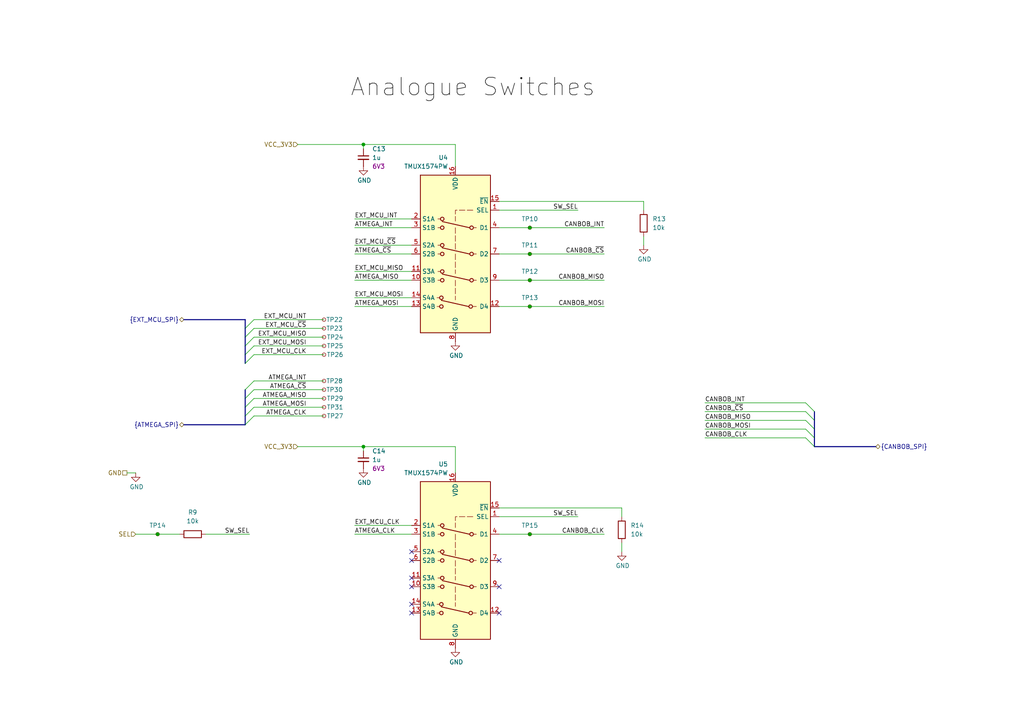
<source format=kicad_sch>
(kicad_sch (version 20250114) (generator "eeschema") (generator_version "9.0")
  (paper "A4")
  (title_block (title "MAGE-CANBOB-002") (date "2025-05-14") (rev "1") (comment 1 "Yiannis Michael") (comment 2 "2025-05-14") (comment 3 "Chris Thomas") (comment 4 "2025-06-02"))
  (lib_symbols
    (symbol "Analog_Switch_MAGE:TMUX1574PW"
      (property "Reference" "U" (at -9.652 23.876 0))
      (property "Value" "TMUX1574PW" (at 6.858 23.876 0))
      (symbol "TMUX1574PW_0_1"
        (polyline (pts (xy -5.08 12.7) (xy 0 12.7) (xy 0 9.525)) (stroke (width 0) (type dash)))
        (polyline (pts (xy 0 7.62) (xy 0 1.27) (xy 0 1.905)) (stroke (width 0) (type dash)))
        (polyline (pts (xy 0 0) (xy 0 -5.715)) (stroke (width 0) (type dash)))
        (polyline (pts (xy 0 -7.62) (xy 0 -13.335)) (stroke (width 0) (type dash)))
      )
      (symbol "TMUX1574PW_1_1"
        (rectangle (start -10.16 22.86) (end 10.16 -22.86) (stroke (width 0.254)) (fill (type background)))
        (polyline (pts (xy -6.096 7.62) (xy -5.334 7.62)))
        (polyline (pts (xy -6.096 0) (xy -5.334 0)))
        (polyline (pts (xy -6.096 -7.62) (xy -5.334 -7.62)))
        (polyline (pts (xy -6.096 -15.24) (xy -5.08 -15.24)))
        (circle (center -4.699 7.62) (radius 0.508) (stroke (width 0.254)))
        (circle (center -4.699 0) (radius 0.508) (stroke (width 0.254)))
        (circle (center -4.699 -7.62) (radius 0.508) (stroke (width 0.254)))
        (circle (center -4.445 -15.24) (radius 0.508) (stroke (width 0.254)))
        (circle (center 3.81 10.16) (radius 0.508) (stroke (width 0.254)))
        (polyline (pts (xy 3.81 9.398) (xy -4.064 7.62)) (stroke (width 0.254)))
        (circle (center 3.81 7.62) (radius 0.508) (stroke (width 0.254)))
        (circle (center 3.81 2.54) (radius 0.508) (stroke (width 0.254)))
        (polyline (pts (xy 3.81 1.778) (xy -4.064 0)) (stroke (width 0.254)))
        (circle (center 3.81 0) (radius 0.508) (stroke (width 0.254)))
        (circle (center 3.81 -5.08) (radius 0.508) (stroke (width 0.254)))
        (polyline (pts (xy 3.81 -5.842) (xy -4.064 -7.62)) (stroke (width 0.254)))
        (circle (center 3.81 -7.62) (radius 0.508) (stroke (width 0.254)))
        (circle (center 4.064 -12.7) (radius 0.508) (stroke (width 0.254)))
        (polyline (pts (xy 4.064 -13.462) (xy -3.81 -15.24)) (stroke (width 0.254)))
        (circle (center 4.064 -15.24) (radius 0.508) (stroke (width 0.254)))
        (polyline (pts (xy 4.318 10.16) (xy 5.08 10.16)))
        (polyline (pts (xy 4.318 7.62) (xy 5.08 7.62)))
        (polyline (pts (xy 4.318 2.54) (xy 5.08 2.54)))
        (polyline (pts (xy 4.318 0) (xy 5.08 0)))
        (polyline (pts (xy 4.318 -5.08) (xy 5.08 -5.08)))
        (polyline (pts (xy 4.318 -7.62) (xy 5.08 -7.62)))
        (polyline (pts (xy 4.572 -12.7) (xy 5.334 -12.7)))
        (polyline (pts (xy 4.572 -15.24) (xy 5.334 -15.24)))
        (pin input line (at -12.7 15.24 0) (length 2.54) (name "~{EN}") (number "15"))
        (pin input line (at -12.7 12.7 0) (length 2.54) (name "SEL") (number "1"))
        (pin bidirectional line (at -12.7 7.62 0) (length 2.54) (name "D1") (number "4"))
        (pin bidirectional line (at -12.7 0 0) (length 2.54) (name "D2") (number "7"))
        (pin bidirectional line (at -12.7 -7.62 0) (length 2.54) (name "D3") (number "9"))
        (pin bidirectional line (at -12.7 -15.24 0) (length 2.54) (name "D4") (number "12"))
        (pin power_in line (at 0 25.4 270) (length 2.54) (name "VDD") (number "16"))
        (pin power_in line (at 0 -25.4 90) (length 2.54) (name "GND") (number "8"))
        (pin bidirectional line (at 12.7 10.16 180) (length 2.54) (name "S1A") (number "2"))
        (pin bidirectional line (at 12.7 7.62 180) (length 2.54) (name "S1B") (number "3"))
        (pin bidirectional line (at 12.7 2.54 180) (length 2.54) (name "S2A") (number "5"))
        (pin bidirectional line (at 12.7 0 180) (length 2.54) (name "S2B") (number "6"))
        (pin bidirectional line (at 12.7 -5.08 180) (length 2.54) (name "S3A") (number "11"))
        (pin bidirectional line (at 12.7 -7.62 180) (length 2.54) (name "S3B") (number "10"))
        (pin bidirectional line (at 12.7 -12.7 180) (length 2.54) (name "S4A") (number "14"))
        (pin bidirectional line (at 12.7 -15.24 180) (length 2.54) (name "S4B") (number "13"))
      )
    )
    (symbol "Connector:TestPoint_Small" (pin_numbers (hide yes)) (pin_names (offset 0.762) (hide yes))
      (property "Reference" "TP" (at 0 3.81 0))
      (property "Value" "TestPoint_Small" (at 0 2.032 0))
      (symbol "TestPoint_Small_0_1"
        (circle (center 0 0) (radius 0.508))
      )
      (symbol "TestPoint_Small_1_1"
        (pin passive line (at 0 0 90) (length 0) (name "1") (number "1"))
      )
    )
    (symbol "Device:C_Small" (pin_numbers (hide yes)) (pin_names (offset 0.254) (hide yes))
      (property "Reference" "C" (at 0.254 1.778 0))
      (property "Value" "C_Small" (at 0.254 -2.032 0))
      (symbol "C_Small_0_1"
        (polyline (pts (xy -1.524 0.508) (xy 1.524 0.508)) (stroke (width 0.3048)))
        (polyline (pts (xy -1.524 -0.508) (xy 1.524 -0.508)) (stroke (width 0.3302)))
      )
      (symbol "C_Small_1_1"
        (pin passive line (at 0 2.54 270) (length 2.032) (name "~") (number "1"))
        (pin passive line (at 0 -2.54 90) (length 2.032) (name "~") (number "2"))
      )
    )
    (symbol "Device:R" (pin_numbers (hide yes)) (pin_names (offset 0))
      (property "Reference" "R" (at 2.032 0 90))
      (property "Value" "R" (at 0 0 90))
      (symbol "R_0_1"
        (rectangle (start -1.016 -2.54) (end 1.016 2.54) (stroke (width 0.254)))
      )
      (symbol "R_1_1"
        (pin passive line (at 0 3.81 270) (length 1.27) (name "~") (number "1"))
        (pin passive line (at 0 -3.81 90) (length 1.27) (name "~") (number "2"))
      )
    )
    (symbol "power:GND" (power) (pin_numbers (hide yes)) (pin_names (offset 0) (hide yes))
      (property "Value" "GND" (at 0 -3.81 0))
      (symbol "GND_0_1"
        (polyline (pts (xy 0 0) (xy 0 -1.27) (xy 1.27 -1.27) (xy 0 -2.54) (xy -1.27 -1.27) (xy 0 -1.27)))
      )
      (symbol "GND_1_1"
        (pin power_in line (at 0 0 270) (length 0) (name "~") (number "1"))
      )
    )
  )
  (text "Analogue Switches" (at 137.16 25.4 0) (effects (font (size 5.08 5.08))))
  (junction (at 153.67 88.9))
  (junction (at 153.67 81.28))
  (junction (at 153.67 73.66))
  (junction (at 105.41 129.54))
  (junction (at 45.72 154.94))
  (junction (at 105.41 41.91))
  (junction (at 153.67 66.04))
  (junction (at 153.67 154.94))
  (no_connect (at 119.38 177.8))
  (no_connect (at 144.78 170.18))
  (no_connect (at 119.38 160.02))
  (no_connect (at 119.38 167.64))
  (no_connect (at 144.78 177.8))
  (no_connect (at 119.38 170.18))
  (no_connect (at 119.38 162.56))
  (no_connect (at 119.38 175.26))
  (no_connect (at 144.78 162.56))
  (bus_entry (at 71.12 100.33) (size 2.54 -2.54))
  (bus_entry (at 233.68 127) (size 2.54 2.54))
  (bus_entry (at 73.66 113.03) (size -2.54 2.54))
  (bus_entry (at 71.12 105.41) (size 2.54 -2.54))
  (bus_entry (at 73.66 118.11) (size -2.54 2.54))
  (bus_entry (at 71.12 95.25) (size 2.54 -2.54))
  (bus_entry (at 73.66 110.49) (size -2.54 2.54))
  (bus_entry (at 233.68 119.38) (size 2.54 2.54))
  (bus_entry (at 73.66 120.65) (size -2.54 2.54))
  (bus_entry (at 71.12 102.87) (size 2.54 -2.54))
  (bus_entry (at 73.66 115.57) (size -2.54 2.54))
  (bus_entry (at 71.12 97.79) (size 2.54 -2.54))
  (bus_entry (at 233.68 124.46) (size 2.54 2.54))
  (bus_entry (at 233.68 116.84) (size 2.54 2.54))
  (bus_entry (at 233.68 121.92) (size 2.54 2.54))
  (bus (pts (xy 236.22 127) (xy 236.22 129.54)))
  (bus (pts (xy 71.12 92.71) (xy 71.12 95.25)))
  (wire (pts (xy 86.36 41.91) (xy 105.41 41.91)))
  (wire (pts (xy 102.87 71.12) (xy 119.38 71.12)))
  (wire (pts (xy 204.47 127) (xy 233.68 127)))
  (wire (pts (xy 153.67 81.28) (xy 175.26 81.28)))
  (wire (pts (xy 102.87 152.4) (xy 119.38 152.4)))
  (wire (pts (xy 73.66 95.25) (xy 93.98 95.25)))
  (wire (pts (xy 105.41 129.54) (xy 105.41 130.81)))
  (wire (pts (xy 73.66 97.79) (xy 93.98 97.79)))
  (bus (pts (xy 71.12 102.87) (xy 71.12 105.41)))
  (wire (pts (xy 204.47 119.38) (xy 233.68 119.38)))
  (bus (pts (xy 71.12 100.33) (xy 71.12 102.87)))
  (wire (pts (xy 105.41 41.91) (xy 105.41 43.18)))
  (wire (pts (xy 86.36 129.54) (xy 105.41 129.54)))
  (wire (pts (xy 73.66 115.57) (xy 93.98 115.57)))
  (bus (pts (xy 53.34 123.19) (xy 71.12 123.19)))
  (wire (pts (xy 180.34 147.32) (xy 180.34 149.86)))
  (wire (pts (xy 153.67 73.66) (xy 175.26 73.66)))
  (wire (pts (xy 102.87 63.5) (xy 119.38 63.5)))
  (wire (pts (xy 144.78 60.96) (xy 167.64 60.96)))
  (bus (pts (xy 236.22 119.38) (xy 236.22 121.92)))
  (bus (pts (xy 71.12 120.65) (xy 71.12 123.19)))
  (wire (pts (xy 132.08 129.54) (xy 132.08 137.16)))
  (wire (pts (xy 45.72 154.94) (xy 52.07 154.94)))
  (wire (pts (xy 102.87 66.04) (xy 119.38 66.04)))
  (bus (pts (xy 71.12 113.03) (xy 71.12 115.57)))
  (wire (pts (xy 73.66 110.49) (xy 93.98 110.49)))
  (wire (pts (xy 144.78 88.9) (xy 153.67 88.9)))
  (wire (pts (xy 204.47 121.92) (xy 233.68 121.92)))
  (bus (pts (xy 71.12 115.57) (xy 71.12 118.11)))
  (bus (pts (xy 71.12 118.11) (xy 71.12 120.65)))
  (wire (pts (xy 204.47 116.84) (xy 233.68 116.84)))
  (wire (pts (xy 105.41 41.91) (xy 132.08 41.91)))
  (wire (pts (xy 72.39 154.94) (xy 59.69 154.94)))
  (wire (pts (xy 153.67 88.9) (xy 175.26 88.9)))
  (wire (pts (xy 102.87 88.9) (xy 119.38 88.9)))
  (bus (pts (xy 236.22 129.54) (xy 254 129.54)))
  (wire (pts (xy 180.34 157.48) (xy 180.34 160.02)))
  (wire (pts (xy 39.37 137.16) (xy 36.83 137.16)))
  (bus (pts (xy 236.22 124.46) (xy 236.22 127)))
  (wire (pts (xy 73.66 92.71) (xy 93.98 92.71)))
  (wire (pts (xy 132.08 41.91) (xy 132.08 48.26)))
  (wire (pts (xy 73.66 118.11) (xy 93.98 118.11)))
  (wire (pts (xy 39.37 154.94) (xy 45.72 154.94)))
  (wire (pts (xy 144.78 73.66) (xy 153.67 73.66)))
  (wire (pts (xy 102.87 81.28) (xy 119.38 81.28)))
  (wire (pts (xy 102.87 73.66) (xy 119.38 73.66)))
  (wire (pts (xy 186.69 71.12) (xy 186.69 68.58)))
  (wire (pts (xy 105.41 129.54) (xy 132.08 129.54)))
  (wire (pts (xy 144.78 154.94) (xy 153.67 154.94)))
  (wire (pts (xy 153.67 154.94) (xy 175.26 154.94)))
  (wire (pts (xy 153.67 66.04) (xy 175.26 66.04)))
  (wire (pts (xy 144.78 58.42) (xy 186.69 58.42)))
  (wire (pts (xy 144.78 147.32) (xy 180.34 147.32)))
  (wire (pts (xy 73.66 120.65) (xy 93.98 120.65)))
  (bus (pts (xy 71.12 95.25) (xy 71.12 97.79)))
  (wire (pts (xy 102.87 86.36) (xy 119.38 86.36)))
  (wire (pts (xy 73.66 102.87) (xy 93.98 102.87)))
  (wire (pts (xy 73.66 113.03) (xy 93.98 113.03)))
  (wire (pts (xy 144.78 149.86) (xy 167.64 149.86)))
  (bus (pts (xy 53.34 92.71) (xy 71.12 92.71)))
  (wire (pts (xy 102.87 154.94) (xy 119.38 154.94)))
  (wire (pts (xy 144.78 81.28) (xy 153.67 81.28)))
  (bus (pts (xy 71.12 97.79) (xy 71.12 100.33)))
  (wire (pts (xy 144.78 66.04) (xy 153.67 66.04)))
  (wire (pts (xy 204.47 124.46) (xy 233.68 124.46)))
  (bus (pts (xy 236.22 121.92) (xy 236.22 124.46)))
  (wire (pts (xy 102.87 78.74) (xy 119.38 78.74)))
  (wire (pts (xy 186.69 58.42) (xy 186.69 60.96)))
  (wire (pts (xy 73.66 100.33) (xy 93.98 100.33)))
  (label "EXT_MCU_MISO" (at 88.9 97.79 180))
  (label "ATMEGA_INT" (at 102.87 66.04 0))
  (label "EXT_MCU_~{CS}" (at 88.9 95.25 180))
  (label "EXT_MCU_MOSI" (at 88.9 100.33 180))
  (label "CANBOB_INT" (at 175.26 66.04 180))
  (label "CANBOB_MOSI" (at 204.47 124.46 0))
  (label "CANBOB_~{CS}" (at 175.26 73.66 180))
  (label "ATMEGA_MOSI" (at 88.9 118.11 180))
  (label "ATMEGA_MOSI" (at 102.87 88.9 0))
  (label "CANBOB_INT" (at 204.47 116.84 0))
  (label "CANBOB_~{CS}" (at 204.47 119.38 0))
  (label "EXT_MCU_MOSI" (at 102.87 86.36 0))
  (label "ATMEGA_CLK" (at 102.87 154.94 0))
  (label "CANBOB_CLK" (at 175.26 154.94 180))
  (label "SW_SEL" (at 167.64 60.96 180))
  (label "ATMEGA_MISO" (at 88.9 115.57 180))
  (label "EXT_MCU_MISO" (at 102.87 78.74 0))
  (label "EXT_MCU_INT" (at 88.9 92.71 180))
  (label "ATMEGA_MISO" (at 102.87 81.28 0))
  (label "EXT_MCU_INT" (at 102.87 63.5 0))
  (label "ATMEGA_CLK" (at 88.9 120.65 180))
  (label "SW_SEL" (at 72.39 154.94 180))
  (label "SW_SEL" (at 167.64 149.86 180))
  (label "EXT_MCU_CLK" (at 102.87 152.4 0))
  (label "CANBOB_MISO" (at 175.26 81.28 180))
  (label "CANBOB_CLK" (at 204.47 127 0))
  (label "ATMEGA_~{CS}" (at 88.9 113.03 180))
  (label "EXT_MCU_CLK" (at 88.9 102.87 180))
  (label "ATMEGA_INT" (at 88.9 110.49 180))
  (label "EXT_MCU_~{CS}" (at 102.87 71.12 0))
  (label "CANBOB_MOSI" (at 175.26 88.9 180))
  (label "ATMEGA_~{CS}" (at 102.87 73.66 0))
  (label "CANBOB_MISO" (at 204.47 121.92 0))
  (hierarchical_label "{CANBOB_SPI}" (shape bidirectional) (at 254 129.54 0))
  (hierarchical_label "{EXT_MCU_SPI}" (shape bidirectional) (at 53.34 92.71 180))
  (hierarchical_label "{ATMEGA_SPI}" (shape bidirectional) (at 53.34 123.19 180))
  (hierarchical_label "VCC_3V3" (shape input) (at 86.36 41.91 180))
  (hierarchical_label "VCC_3V3" (shape input) (at 86.36 129.54 180))
  (hierarchical_label "GND" (shape passive) (at 36.83 137.16 180))
  (hierarchical_label "SEL" (shape input) (at 39.37 154.94 180))
  (symbol (lib_id "Connector:TestPoint_Small") (at 93.98 102.87 0) (unit 1)
    (property "Reference" "TP26" (at 94.742 102.87 0) (effects (justify left)))
    (property "Value" "TestPoint_Small" (effects (hide yes)))
    (property "Footprint" "TestPoint:TestPoint_Pad_D1.5mm" (effects (hide yes)))
    (property "Description" "test point" (effects (hide yes)))
    (property "MPN" "Generic" (effects (hide yes)))
  )
  (symbol (lib_id "power:GND") (at 132.08 99.06 0) (unit 1)
    (property "Reference" "#PWR047" (effects (hide yes)))
    (property "Value" "GND" (at 132.334 103.124 0))
    (property "Description" "Power symbol creates a global label with name \"GND\" , ground" (effects (hide yes)))
  )
  (symbol (lib_id "Connector:TestPoint_Small") (at 93.98 97.79 0) (unit 1)
    (property "Reference" "TP24" (at 94.742 97.79 0) (effects (justify left)))
    (property "Value" "TestPoint_Small" (effects (hide yes)))
    (property "Footprint" "TestPoint:TestPoint_Pad_D1.5mm" (effects (hide yes)))
    (property "Description" "test point" (effects (hide yes)))
    (property "MPN" "Generic" (effects (hide yes)))
  )
  (symbol (lib_id "power:GND") (at 180.34 160.02 0) (unit 1)
    (property "Reference" "#PWR066" (effects (hide yes)))
    (property "Value" "GND" (at 180.594 164.084 0))
    (property "Description" "Power symbol creates a global label with name \"GND\" , ground" (effects (hide yes)))
  )
  (symbol (lib_id "Connector:TestPoint_Small") (at 93.98 118.11 0) (unit 1)
    (property "Reference" "TP31" (at 94.742 118.11 0) (effects (justify left)))
    (property "Value" "TestPoint_Small" (effects (hide yes)))
    (property "Footprint" "TestPoint:TestPoint_Pad_D1.5mm" (effects (hide yes)))
    (property "Description" "test point" (effects (hide yes)))
    (property "MPN" "Generic" (effects (hide yes)))
  )
  (symbol (lib_id "Connector:TestPoint_Small") (at 93.98 120.65 0) (unit 1)
    (property "Reference" "TP27" (at 94.742 120.65 0) (effects (justify left)))
    (property "Value" "TestPoint_Small" (effects (hide yes)))
    (property "Footprint" "TestPoint:TestPoint_Pad_D1.5mm" (effects (hide yes)))
    (property "Description" "test point" (effects (hide yes)))
    (property "MPN" "Generic" (effects (hide yes)))
  )
  (symbol (lib_id "power:GND") (at 105.41 48.26 0) (unit 1)
    (property "Reference" "#PWR045" (effects (hide yes)))
    (property "Value" "GND" (at 105.664 52.324 0))
    (property "Description" "Power symbol creates a global label with name \"GND\" , ground" (effects (hide yes)))
  )
  (symbol (lib_id "Connector:TestPoint_Small") (at 93.98 110.49 0) (unit 1)
    (property "Reference" "TP28" (at 97.028 110.49 0))
    (property "Value" "TestPoint_Small" (effects (hide yes)))
    (property "Footprint" "TestPoint:TestPoint_Pad_D1.5mm" (effects (hide yes)))
    (property "Description" "test point" (effects (hide yes)))
    (property "MPN" "Generic" (effects (hide yes)))
  )
  (symbol (lib_id "Connector:TestPoint_Small") (at 93.98 95.25 0) (unit 1)
    (property "Reference" "TP23" (at 97.028 95.25 0))
    (property "Value" "TestPoint_Small" (effects (hide yes)))
    (property "Footprint" "TestPoint:TestPoint_Pad_D1.5mm" (effects (hide yes)))
    (property "Description" "test point" (effects (hide yes)))
    (property "MPN" "Generic" (effects (hide yes)))
  )
  (symbol (lib_id "Connector:TestPoint_Small") (at 153.67 66.04 0) (unit 1)
    (property "Reference" "TP10" (at 153.67 63.5 0))
    (property "Value" "TestPoint_Small" (effects (hide yes)))
    (property "Footprint" "TestPoint:TestPoint_Pad_D1.5mm" (effects (hide yes)))
    (property "Description" "test point" (effects (hide yes)))
    (property "MPN" "Generic" (effects (hide yes)))
  )
  (symbol (lib_id "power:GND") (at 186.69 71.12 0) (unit 1)
    (property "Reference" "#PWR065" (effects (hide yes)))
    (property "Value" "GND" (at 186.944 75.184 0))
    (property "Description" "Power symbol creates a global label with name \"GND\" , ground" (effects (hide yes)))
  )
  (symbol (lib_id "Device:C_Small") (at 105.41 133.35 0) (unit 1)
    (property "Reference" "C14" (at 107.95 130.8162 0) (effects (justify left)))
    (property "Value" "1u" (at 107.95 133.3562 0) (effects (justify left)))
    (property "Footprint" "Capacitor_SMD:C_0603_1608Metric_Pad1.08x0.95mm_HandSolder" (effects (hide yes)))
    (property "Description" "Unpolarized capacitor, small symbol" (effects (hide yes)))
    (property "Rating" "6V3" (at 107.95 135.8962 0) (effects (justify left)))
    (property "MPN" "Generic" (effects (hide yes)))
  )
  (symbol (lib_id "Connector:TestPoint_Small") (at 153.67 81.28 0) (unit 1)
    (property "Reference" "TP12" (at 153.67 78.74 0))
    (property "Value" "TestPoint_Small" (effects (hide yes)))
    (property "Footprint" "TestPoint:TestPoint_Pad_D1.5mm" (effects (hide yes)))
    (property "Description" "test point" (effects (hide yes)))
    (property "MPN" "Generic" (effects (hide yes)))
  )
  (symbol (lib_id "Connector:TestPoint_Small") (at 93.98 113.03 0) (unit 1)
    (property "Reference" "TP30" (at 97.028 113.03 0))
    (property "Value" "TestPoint_Small" (effects (hide yes)))
    (property "Footprint" "TestPoint:TestPoint_Pad_D1.5mm" (effects (hide yes)))
    (property "Description" "test point" (effects (hide yes)))
    (property "MPN" "Generic" (effects (hide yes)))
  )
  (symbol (lib_id "Device:C_Small") (at 105.41 45.72 0) (unit 1)
    (property "Reference" "C13" (at 107.95 43.1862 0) (effects (justify left)))
    (property "Value" "1u" (at 107.95 45.7262 0) (effects (justify left)))
    (property "Footprint" "Capacitor_SMD:C_0603_1608Metric_Pad1.08x0.95mm_HandSolder" (effects (hide yes)))
    (property "Description" "Unpolarized capacitor, small symbol" (effects (hide yes)))
    (property "Rating" "6V3" (at 107.95 48.2662 0) (effects (justify left)))
    (property "MPN" "Generic" (effects (hide yes)))
  )
  (symbol (lib_id "Connector:TestPoint_Small") (at 153.67 88.9 0) (unit 1)
    (property "Reference" "TP13" (at 153.67 86.36 0))
    (property "Value" "TestPoint_Small" (effects (hide yes)))
    (property "Footprint" "TestPoint:TestPoint_Pad_D1.5mm" (effects (hide yes)))
    (property "Description" "test point" (effects (hide yes)))
    (property "MPN" "Generic" (effects (hide yes)))
  )
  (symbol (lib_id "Connector:TestPoint_Small") (at 93.98 115.57 0) (unit 1)
    (property "Reference" "TP29" (at 94.742 115.57 0) (effects (justify left)))
    (property "Value" "TestPoint_Small" (effects (hide yes)))
    (property "Footprint" "TestPoint:TestPoint_Pad_D1.5mm" (effects (hide yes)))
    (property "Description" "test point" (effects (hide yes)))
    (property "MPN" "Generic" (effects (hide yes)))
  )
  (symbol (lib_id "Connector:TestPoint_Small") (at 45.72 154.94 0) (unit 1)
    (property "Reference" "TP14" (at 45.72 152.4 0))
    (property "Value" "TestPoint_Small" (effects (hide yes)))
    (property "Footprint" "TestPoint:TestPoint_Pad_D1.5mm" (effects (hide yes)))
    (property "Description" "test point" (effects (hide yes)))
    (property "MPN" "Generic" (effects (hide yes)))
  )
  (symbol (lib_id "Connector:TestPoint_Small") (at 93.98 92.71 0) (unit 1)
    (property "Reference" "TP22" (at 97.028 92.71 0))
    (property "Value" "TestPoint_Small" (effects (hide yes)))
    (property "Footprint" "TestPoint:TestPoint_Pad_D1.5mm" (effects (hide yes)))
    (property "Description" "test point" (effects (hide yes)))
    (property "MPN" "Generic" (effects (hide yes)))
  )
  (symbol (lib_id "Analog_Switch_MAGE:TMUX1574PW") (at 132.08 162.56 0) (mirror y) (unit 1)
    (property "Reference" "U5" (at 129.9367 134.62 0) (effects (justify left)))
    (property "Value" "TMUX1574PW" (at 129.9367 137.16 0) (effects (justify left)))
    (property "Footprint" "Package_SO:TSSOP-16_4.4x5mm_P0.65mm" (effects (hide yes)))
    (property "Datasheet" "https://www.ti.com/lit/ds/symlink/tmux1574.pdf" (effects (hide yes)))
    (property "Description" "Low-Capacitance, 2:1 (SPDT) 4-Channel, Powered-Off Protected Switch with 1.8 V Logic, TSSOP-16" (effects (hide yes)))
    (property "Created" "Yiannis Michael. 15/05/2025" (effects (hide yes)))
    (property "Checked" "Chris Thomas, 16/05/2025" (effects (hide yes)))
    (property "MPN" "TMUX1574PW" (effects (hide yes)))
  )
  (symbol (lib_id "Connector:TestPoint_Small") (at 153.67 154.94 0) (unit 1)
    (property "Reference" "TP15" (at 153.67 152.4 0))
    (property "Value" "TestPoint_Small" (effects (hide yes)))
    (property "Footprint" "TestPoint:TestPoint_Pad_D1.5mm" (effects (hide yes)))
    (property "Description" "test point" (effects (hide yes)))
    (property "MPN" "Generic" (effects (hide yes)))
  )
  (symbol (lib_id "Connector:TestPoint_Small") (at 153.67 73.66 0) (unit 1)
    (property "Reference" "TP11" (at 153.67 71.12 0))
    (property "Value" "TestPoint_Small" (effects (hide yes)))
    (property "Footprint" "TestPoint:TestPoint_Pad_D1.5mm" (effects (hide yes)))
    (property "Description" "test point" (effects (hide yes)))
    (property "MPN" "Generic" (effects (hide yes)))
  )
  (symbol (lib_id "Device:R") (at 55.88 154.94 90) (unit 1)
    (property "Reference" "R9" (at 55.88 148.59 90))
    (property "Value" "10k" (at 55.88 151.13 90))
    (property "Footprint" "Resistor_SMD:R_0603_1608Metric_Pad0.98x0.95mm_HandSolder" (effects (hide yes)))
    (property "Description" "Resistor" (effects (hide yes)))
    (property "MPN" "Generic" (effects (hide yes)))
  )
  (symbol (lib_id "power:GND") (at 132.08 187.96 0) (unit 1)
    (property "Reference" "#PWR048" (effects (hide yes)))
    (property "Value" "GND" (at 132.334 192.024 0))
    (property "Description" "Power symbol creates a global label with name \"GND\" , ground" (effects (hide yes)))
  )
  (symbol (lib_id "Connector:TestPoint_Small") (at 93.98 100.33 0) (unit 1)
    (property "Reference" "TP25" (at 94.742 100.33 0) (effects (justify left)))
    (property "Value" "TestPoint_Small" (effects (hide yes)))
    (property "Footprint" "TestPoint:TestPoint_Pad_D1.5mm" (effects (hide yes)))
    (property "Description" "test point" (effects (hide yes)))
    (property "MPN" "Generic" (effects (hide yes)))
  )
  (symbol (lib_id "Device:R") (at 186.69 64.77 0) (unit 1)
    (property "Reference" "R13" (at 189.23 63.4999 0) (effects (justify left)))
    (property "Value" "10k" (at 189.23 66.0399 0) (effects (justify left)))
    (property "Footprint" "Resistor_SMD:R_0603_1608Metric_Pad0.98x0.95mm_HandSolder" (effects (hide yes)))
    (property "Description" "Resistor" (effects (hide yes)))
    (property "MPN" "Generic" (effects (hide yes)))
  )
  (symbol (lib_id "power:GND") (at 39.37 137.16 0) (unit 1)
    (property "Reference" "#PWR044" (effects (hide yes)))
    (property "Value" "GND" (at 39.624 141.224 0))
    (property "Description" "Power symbol creates a global label with name \"GND\" , ground" (effects (hide yes)))
  )
  (symbol (lib_id "Analog_Switch_MAGE:TMUX1574PW") (at 132.08 73.66 0) (mirror y) (unit 1)
    (property "Reference" "U4" (at 129.9367 45.72 0) (effects (justify left)))
    (property "Value" "TMUX1574PW" (at 129.9367 48.26 0) (effects (justify left)))
    (property "Footprint" "Package_SO:TSSOP-16_4.4x5mm_P0.65mm" (effects (hide yes)))
    (property "Datasheet" "https://www.ti.com/lit/ds/symlink/tmux1574.pdf" (effects (hide yes)))
    (property "Description" "Low-Capacitance, 2:1 (SPDT) 4-Channel, Powered-Off Protected Switch with 1.8 V Logic, TSSOP-16" (effects (hide yes)))
    (property "Created" "Yiannis Michael. 15/05/2025" (effects (hide yes)))
    (property "Checked" "Chris Thomas, 16/05/2025" (effects (hide yes)))
    (property "MPN" "TMUX1574PW" (effects (hide yes)))
  )
  (symbol (lib_id "power:GND") (at 105.41 135.89 0) (unit 1)
    (property "Reference" "#PWR046" (effects (hide yes)))
    (property "Value" "GND" (at 105.664 139.954 0))
    (property "Description" "Power symbol creates a global label with name \"GND\" , ground" (effects (hide yes)))
  )
  (symbol (lib_id "Device:R") (at 180.34 153.67 0) (unit 1)
    (property "Reference" "R14" (at 182.88 152.3999 0) (effects (justify left)))
    (property "Value" "10k" (at 182.88 154.9399 0) (effects (justify left)))
    (property "Footprint" "Resistor_SMD:R_0603_1608Metric_Pad0.98x0.95mm_HandSolder" (effects (hide yes)))
    (property "Description" "Resistor" (effects (hide yes)))
    (property "MPN" "Generic" (effects (hide yes)))
  )
)
</source>
